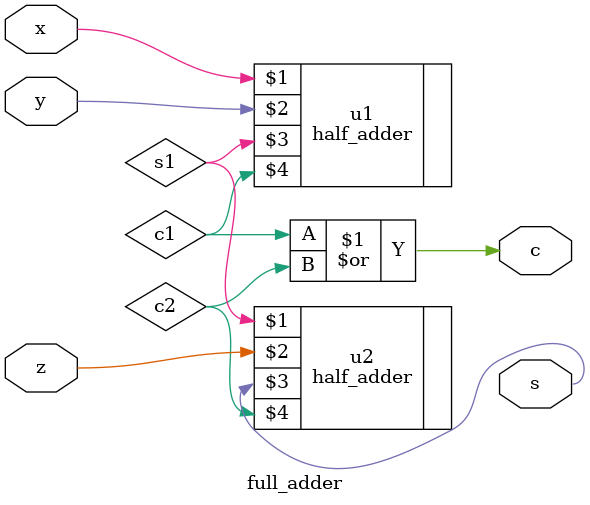
<source format=v>
module full_adder(x, y, z, s, c);
input x, y, z;
output s, c;

wire c1, s1, c2;

half_adder u1(x, y, s1, c1);
half_adder u2(s1, z, s, c2);
or u3(c, c1, c2);

endmodule
</source>
